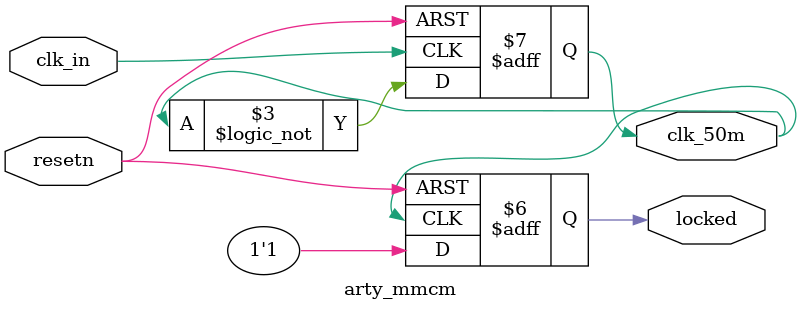
<source format=v>


module arty_mmcm (/*AUTOARG*/
   // Outputs
   clk_50m, locked,
   // Inputs
   clk_in, resetn
   );


   input clk_in;
   output clk_50m;
   input  resetn;
   output locked;

   /*AUTOINPUT*/
   /*AUTOOUTPUT*/

   /*AUTOREG*/
   // Beginning of automatic regs (for this module's undeclared outputs)
   reg                  clk_50m;
   reg                  locked;
   // End of automatics
   /*AUTOWIRE*/

   always @(posedge clk_in or negedge resetn) begin
      if(resetn == 1'b0) begin
         /*AUTORESET*/
         // Beginning of autoreset for uninitialized flops
         clk_50m <= 1'h0;
         // End of automatics
      end
      else begin
         clk_50m <= !clk_50m;
      end
   end

   always @(posedge clk_50m or negedge resetn) begin
      if(resetn == 1'b0) begin
         /*AUTORESET*/
         // Beginning of autoreset for uninitialized flops
         locked = 1'h0;
         // End of automatics
      end
      else begin
         locked <= 1'b1;

      end
   end



endmodule // arty_mmcm_sim
/*
 Local Variables:
 verilog-library-directories:(
 "."
 )
 End:
 */

</source>
